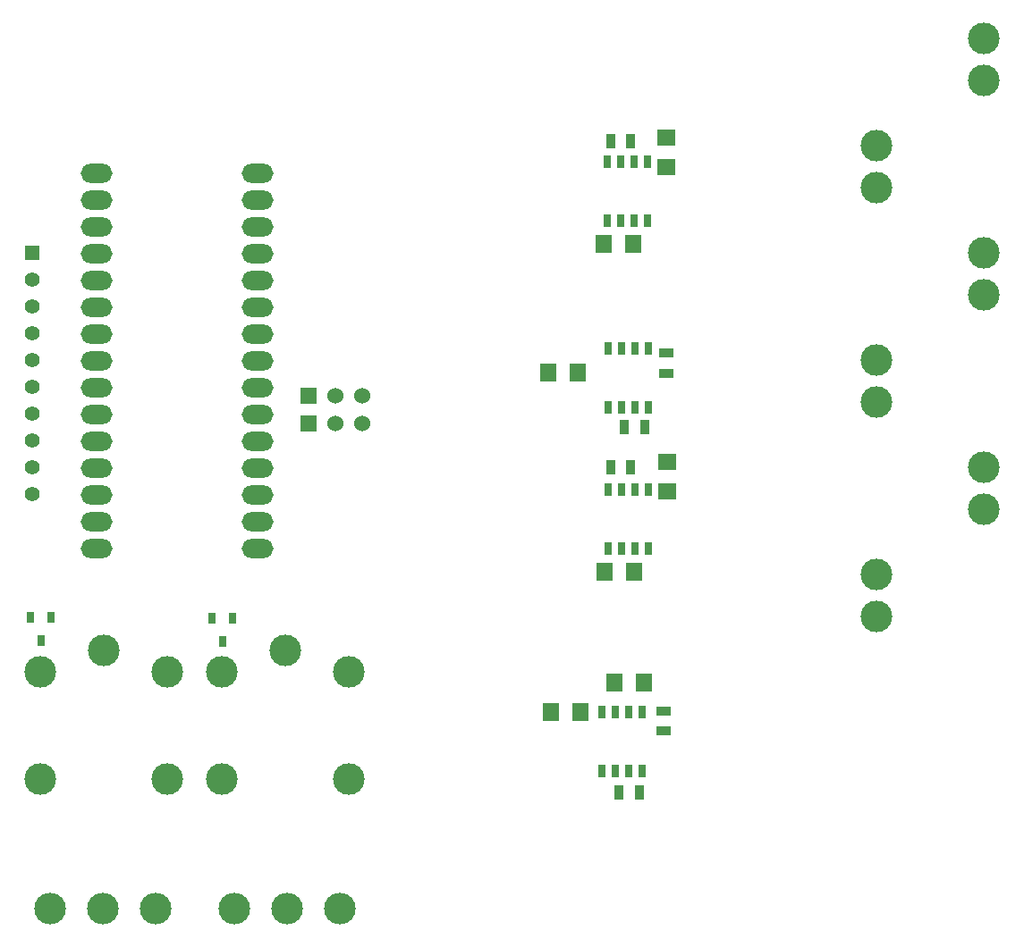
<source format=gbs>
G04 (created by PCBNEW (2013-07-07 BZR 4022)-stable) date 30/10/2014 17:58:33*
%MOIN*%
G04 Gerber Fmt 3.4, Leading zero omitted, Abs format*
%FSLAX34Y34*%
G01*
G70*
G90*
G04 APERTURE LIST*
%ADD10C,0.00590551*%
%ADD11R,0.025X0.05*%
%ADD12R,0.055X0.035*%
%ADD13R,0.035X0.055*%
%ADD14R,0.06X0.06*%
%ADD15C,0.06*%
%ADD16C,0.11811*%
%ADD17R,0.071X0.063*%
%ADD18R,0.063X0.071*%
%ADD19O,0.11811X0.0708661*%
%ADD20O,0.11811X0.11811*%
%ADD21R,0.0315X0.0394*%
%ADD22R,0.055X0.055*%
%ADD23C,0.055*%
G04 APERTURE END LIST*
G54D10*
G54D11*
X58580Y-37600D03*
X59080Y-37600D03*
X59580Y-37600D03*
X60080Y-37600D03*
X60080Y-39800D03*
X59580Y-39800D03*
X59080Y-39800D03*
X58580Y-39800D03*
X60041Y-32832D03*
X59541Y-32832D03*
X59041Y-32832D03*
X58541Y-32832D03*
X58541Y-30632D03*
X59041Y-30632D03*
X59541Y-30632D03*
X60041Y-30632D03*
X60080Y-45076D03*
X59580Y-45076D03*
X59080Y-45076D03*
X58580Y-45076D03*
X58580Y-42876D03*
X59080Y-42876D03*
X59580Y-42876D03*
X60080Y-42876D03*
X58344Y-51183D03*
X58844Y-51183D03*
X59344Y-51183D03*
X59844Y-51183D03*
X59844Y-53383D03*
X59344Y-53383D03*
X58844Y-53383D03*
X58344Y-53383D03*
G54D12*
X60669Y-51871D03*
X60669Y-51121D03*
X60748Y-38524D03*
X60748Y-37774D03*
G54D13*
X58680Y-29881D03*
X59430Y-29881D03*
X59941Y-40551D03*
X59191Y-40551D03*
X59745Y-54173D03*
X58995Y-54173D03*
X58680Y-42047D03*
X59430Y-42047D03*
G54D14*
X47425Y-39370D03*
G54D15*
X48425Y-39370D03*
X49425Y-39370D03*
G54D14*
X47425Y-40393D03*
G54D15*
X48425Y-40393D03*
X49425Y-40393D03*
G54D16*
X39783Y-48877D03*
X42145Y-49665D03*
X42145Y-53681D03*
X37421Y-53681D03*
X37421Y-49665D03*
X46555Y-48877D03*
X48917Y-49665D03*
X48917Y-53681D03*
X44192Y-53681D03*
X44192Y-49665D03*
G54D17*
X60787Y-41851D03*
X60787Y-42951D03*
G54D18*
X56457Y-51181D03*
X57557Y-51181D03*
X58820Y-50078D03*
X59920Y-50078D03*
X59565Y-45944D03*
X58465Y-45944D03*
X59526Y-33700D03*
X58426Y-33700D03*
G54D17*
X60748Y-29725D03*
X60748Y-30825D03*
G54D18*
X56339Y-38503D03*
X57439Y-38503D03*
G54D19*
X45519Y-45055D03*
X45519Y-44055D03*
X45519Y-43055D03*
X45519Y-42055D03*
X45519Y-41055D03*
X45519Y-40055D03*
X45519Y-39055D03*
X45519Y-38055D03*
X45519Y-37055D03*
X45519Y-36055D03*
X45519Y-35055D03*
X45519Y-34055D03*
X45519Y-33055D03*
X45519Y-32055D03*
X45519Y-31055D03*
X39519Y-31055D03*
X39519Y-32055D03*
X39519Y-33055D03*
X39519Y-34055D03*
X39519Y-35055D03*
X39519Y-36055D03*
X39519Y-37055D03*
X39519Y-38055D03*
X39519Y-39055D03*
X39519Y-40055D03*
X39519Y-41055D03*
X39519Y-42055D03*
X39519Y-43055D03*
X39519Y-44055D03*
X39519Y-45055D03*
G54D16*
X72598Y-26023D03*
X72598Y-27603D03*
X68598Y-30023D03*
X68598Y-31603D03*
X72598Y-34023D03*
X72598Y-35603D03*
X68598Y-38023D03*
X68598Y-39603D03*
X72588Y-42023D03*
X72593Y-43603D03*
X68598Y-46023D03*
X68598Y-47603D03*
G54D20*
X44645Y-58503D03*
X46614Y-58503D03*
X48582Y-58503D03*
X37795Y-58503D03*
X39763Y-58503D03*
X41732Y-58503D03*
G54D21*
X44212Y-48543D03*
X44587Y-47677D03*
X43837Y-47677D03*
X37440Y-48503D03*
X37815Y-47637D03*
X37065Y-47637D03*
G54D22*
X37135Y-34045D03*
G54D23*
X37135Y-35045D03*
X37135Y-36045D03*
X37135Y-37045D03*
X37135Y-38045D03*
X37135Y-39045D03*
X37135Y-40045D03*
X37135Y-41045D03*
X37135Y-42045D03*
X37135Y-43045D03*
M02*

</source>
